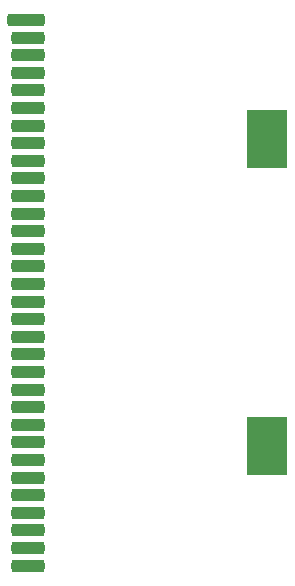
<source format=gbp>
G04 #@! TF.GenerationSoftware,KiCad,Pcbnew,6.0.2+dfsg-1*
G04 #@! TF.CreationDate,2022-11-20T12:02:48+01:00*
G04 #@! TF.ProjectId,gb-stream-cart,67622d73-7472-4656-916d-2d636172742e,REV1*
G04 #@! TF.SameCoordinates,PX4cf3b50PY7de2900*
G04 #@! TF.FileFunction,Paste,Bot*
G04 #@! TF.FilePolarity,Positive*
%FSLAX46Y46*%
G04 Gerber Fmt 4.6, Leading zero omitted, Abs format (unit mm)*
G04 Created by KiCad (PCBNEW 6.0.2+dfsg-1) date 2022-11-20 12:02:48*
%MOMM*%
%LPD*%
G01*
G04 APERTURE LIST*
G04 Aperture macros list*
%AMRoundRect*
0 Rectangle with rounded corners*
0 $1 Rounding radius*
0 $2 $3 $4 $5 $6 $7 $8 $9 X,Y pos of 4 corners*
0 Add a 4 corners polygon primitive as box body*
4,1,4,$2,$3,$4,$5,$6,$7,$8,$9,$2,$3,0*
0 Add four circle primitives for the rounded corners*
1,1,$1+$1,$2,$3*
1,1,$1+$1,$4,$5*
1,1,$1+$1,$6,$7*
1,1,$1+$1,$8,$9*
0 Add four rect primitives between the rounded corners*
20,1,$1+$1,$2,$3,$4,$5,0*
20,1,$1+$1,$4,$5,$6,$7,0*
20,1,$1+$1,$6,$7,$8,$9,0*
20,1,$1+$1,$8,$9,$2,$3,0*%
G04 Aperture macros list end*
%ADD10R,3.500000X5.000000*%
%ADD11RoundRect,0.275000X1.125000X-0.275000X1.125000X0.275000X-1.125000X0.275000X-1.125000X-0.275000X0*%
%ADD12RoundRect,0.275000X1.325000X-0.275000X1.325000X0.275000X-1.325000X0.275000X-1.325000X-0.275000X0*%
G04 APERTURE END LIST*
D10*
X95250000Y48600000D03*
X95250000Y22600000D03*
D11*
X75010000Y12505000D03*
X75010000Y13995000D03*
X75010000Y15485000D03*
X75010000Y16975000D03*
X75010000Y18465000D03*
X75010000Y19955000D03*
X75010000Y21445000D03*
X75010000Y22935000D03*
X75010000Y24425000D03*
X75010000Y25915000D03*
X75010000Y27405000D03*
X75010000Y28895000D03*
X75010000Y30385000D03*
X75010000Y31875000D03*
X75010000Y33365000D03*
X75010000Y34855000D03*
X75010000Y36345000D03*
X75010000Y37835000D03*
X75010000Y39325000D03*
X75010000Y40815000D03*
X75010000Y42305000D03*
X75010000Y43795000D03*
X75010000Y45285000D03*
X75010000Y46775000D03*
X75010000Y48265000D03*
X75010000Y49755000D03*
X75010000Y51245000D03*
X75010000Y52735000D03*
X75010000Y54225000D03*
X75010000Y55715000D03*
X75010000Y57205000D03*
D12*
X74810000Y58695000D03*
M02*

</source>
